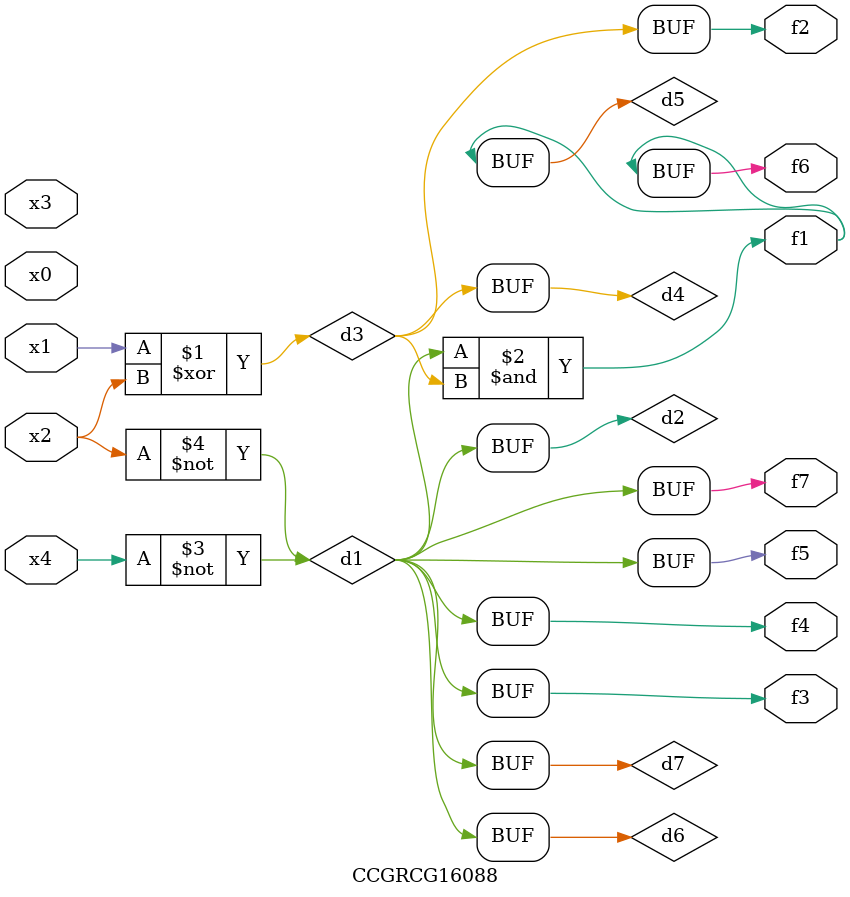
<source format=v>
module CCGRCG16088(
	input x0, x1, x2, x3, x4,
	output f1, f2, f3, f4, f5, f6, f7
);

	wire d1, d2, d3, d4, d5, d6, d7;

	not (d1, x4);
	not (d2, x2);
	xor (d3, x1, x2);
	buf (d4, d3);
	and (d5, d1, d3);
	buf (d6, d1, d2);
	buf (d7, d2);
	assign f1 = d5;
	assign f2 = d4;
	assign f3 = d7;
	assign f4 = d7;
	assign f5 = d7;
	assign f6 = d5;
	assign f7 = d7;
endmodule

</source>
